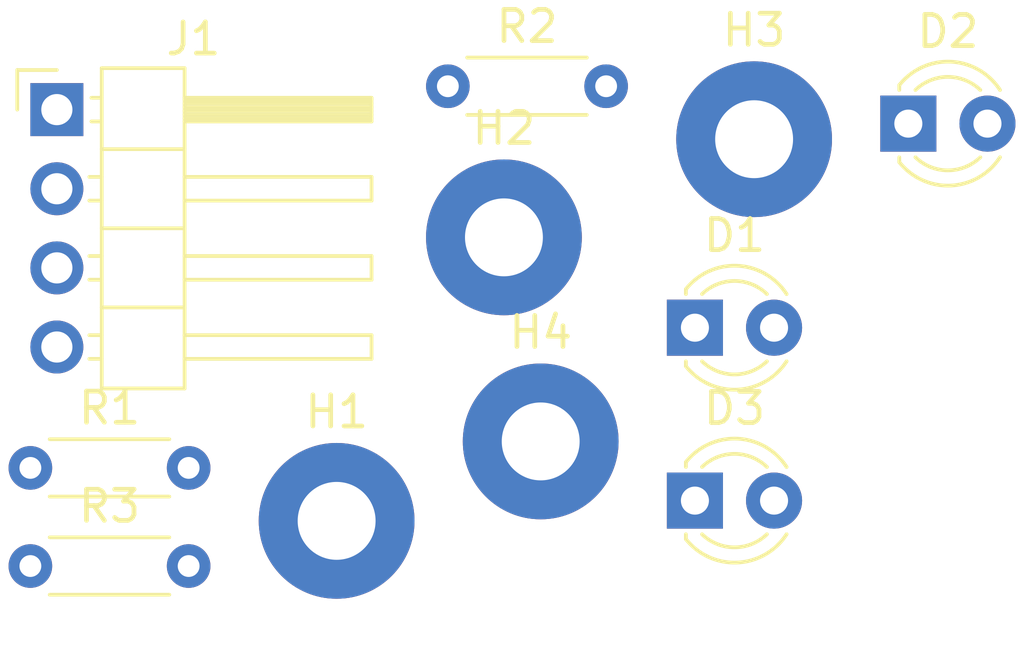
<source format=kicad_pcb>
(kicad_pcb (version 20171130) (host pcbnew "(5.1.9-0-10_14)")

  (general
    (thickness 1.6)
    (drawings 0)
    (tracks 0)
    (zones 0)
    (modules 11)
    (nets 8)
  )

  (page A4)
  (layers
    (0 F.Cu signal)
    (31 B.Cu signal)
    (32 B.Adhes user)
    (33 F.Adhes user)
    (34 B.Paste user)
    (35 F.Paste user)
    (36 B.SilkS user)
    (37 F.SilkS user)
    (38 B.Mask user)
    (39 F.Mask user)
    (40 Dwgs.User user)
    (41 Cmts.User user)
    (42 Eco1.User user)
    (43 Eco2.User user)
    (44 Edge.Cuts user)
    (45 Margin user)
    (46 B.CrtYd user)
    (47 F.CrtYd user)
    (48 B.Fab user)
    (49 F.Fab user)
  )

  (setup
    (last_trace_width 0.25)
    (trace_clearance 0.2)
    (zone_clearance 0.508)
    (zone_45_only no)
    (trace_min 0.2)
    (via_size 0.8)
    (via_drill 0.4)
    (via_min_size 0.4)
    (via_min_drill 0.3)
    (uvia_size 0.3)
    (uvia_drill 0.1)
    (uvias_allowed no)
    (uvia_min_size 0.2)
    (uvia_min_drill 0.1)
    (edge_width 0.05)
    (segment_width 0.2)
    (pcb_text_width 0.3)
    (pcb_text_size 1.5 1.5)
    (mod_edge_width 0.12)
    (mod_text_size 1 1)
    (mod_text_width 0.15)
    (pad_size 1.524 1.524)
    (pad_drill 0.762)
    (pad_to_mask_clearance 0)
    (aux_axis_origin 0 0)
    (visible_elements FFFFFF7F)
    (pcbplotparams
      (layerselection 0x010fc_ffffffff)
      (usegerberextensions false)
      (usegerberattributes true)
      (usegerberadvancedattributes true)
      (creategerberjobfile true)
      (excludeedgelayer true)
      (linewidth 0.100000)
      (plotframeref false)
      (viasonmask false)
      (mode 1)
      (useauxorigin false)
      (hpglpennumber 1)
      (hpglpenspeed 20)
      (hpglpendiameter 15.000000)
      (psnegative false)
      (psa4output false)
      (plotreference true)
      (plotvalue true)
      (plotinvisibletext false)
      (padsonsilk false)
      (subtractmaskfromsilk false)
      (outputformat 1)
      (mirror false)
      (drillshape 1)
      (scaleselection 1)
      (outputdirectory ""))
  )

  (net 0 "")
  (net 1 "Net-(D1-Pad2)")
  (net 2 "Net-(D1-Pad1)")
  (net 3 "Net-(D2-Pad2)")
  (net 4 "Net-(D3-Pad2)")
  (net 5 "Net-(J1-Pad4)")
  (net 6 "Net-(J1-Pad3)")
  (net 7 "Net-(J1-Pad2)")

  (net_class Default "This is the default net class."
    (clearance 0.2)
    (trace_width 0.25)
    (via_dia 0.8)
    (via_drill 0.4)
    (uvia_dia 0.3)
    (uvia_drill 0.1)
    (add_net "Net-(D1-Pad1)")
    (add_net "Net-(D1-Pad2)")
    (add_net "Net-(D2-Pad2)")
    (add_net "Net-(D3-Pad2)")
    (add_net "Net-(J1-Pad2)")
    (add_net "Net-(J1-Pad3)")
    (add_net "Net-(J1-Pad4)")
  )

  (module Resistor_THT:R_Axial_DIN0204_L3.6mm_D1.6mm_P5.08mm_Horizontal (layer F.Cu) (tedit 5AE5139B) (tstamp 600BF4BC)
    (at 127.26 99.09)
    (descr "Resistor, Axial_DIN0204 series, Axial, Horizontal, pin pitch=5.08mm, 0.167W, length*diameter=3.6*1.6mm^2, http://cdn-reichelt.de/documents/datenblatt/B400/1_4W%23YAG.pdf")
    (tags "Resistor Axial_DIN0204 series Axial Horizontal pin pitch 5.08mm 0.167W length 3.6mm diameter 1.6mm")
    (path /600C2F00)
    (fp_text reference R3 (at 2.54 -1.92) (layer F.SilkS)
      (effects (font (size 1 1) (thickness 0.15)))
    )
    (fp_text value R (at 2.54 1.92) (layer F.Fab)
      (effects (font (size 1 1) (thickness 0.15)))
    )
    (fp_text user %R (at 2.54 0) (layer F.Fab)
      (effects (font (size 0.72 0.72) (thickness 0.108)))
    )
    (fp_line (start 0.74 -0.8) (end 0.74 0.8) (layer F.Fab) (width 0.1))
    (fp_line (start 0.74 0.8) (end 4.34 0.8) (layer F.Fab) (width 0.1))
    (fp_line (start 4.34 0.8) (end 4.34 -0.8) (layer F.Fab) (width 0.1))
    (fp_line (start 4.34 -0.8) (end 0.74 -0.8) (layer F.Fab) (width 0.1))
    (fp_line (start 0 0) (end 0.74 0) (layer F.Fab) (width 0.1))
    (fp_line (start 5.08 0) (end 4.34 0) (layer F.Fab) (width 0.1))
    (fp_line (start 0.62 -0.92) (end 4.46 -0.92) (layer F.SilkS) (width 0.12))
    (fp_line (start 0.62 0.92) (end 4.46 0.92) (layer F.SilkS) (width 0.12))
    (fp_line (start -0.95 -1.05) (end -0.95 1.05) (layer F.CrtYd) (width 0.05))
    (fp_line (start -0.95 1.05) (end 6.03 1.05) (layer F.CrtYd) (width 0.05))
    (fp_line (start 6.03 1.05) (end 6.03 -1.05) (layer F.CrtYd) (width 0.05))
    (fp_line (start 6.03 -1.05) (end -0.95 -1.05) (layer F.CrtYd) (width 0.05))
    (pad 2 thru_hole oval (at 5.08 0) (size 1.4 1.4) (drill 0.7) (layers *.Cu *.Mask)
      (net 5 "Net-(J1-Pad4)"))
    (pad 1 thru_hole circle (at 0 0) (size 1.4 1.4) (drill 0.7) (layers *.Cu *.Mask)
      (net 4 "Net-(D3-Pad2)"))
    (model ${KISYS3DMOD}/Resistor_THT.3dshapes/R_Axial_DIN0204_L3.6mm_D1.6mm_P5.08mm_Horizontal.wrl
      (at (xyz 0 0 0))
      (scale (xyz 1 1 1))
      (rotate (xyz 0 0 0))
    )
  )

  (module Resistor_THT:R_Axial_DIN0204_L3.6mm_D1.6mm_P5.08mm_Horizontal (layer F.Cu) (tedit 5AE5139B) (tstamp 600BF4A9)
    (at 140.66 83.69)
    (descr "Resistor, Axial_DIN0204 series, Axial, Horizontal, pin pitch=5.08mm, 0.167W, length*diameter=3.6*1.6mm^2, http://cdn-reichelt.de/documents/datenblatt/B400/1_4W%23YAG.pdf")
    (tags "Resistor Axial_DIN0204 series Axial Horizontal pin pitch 5.08mm 0.167W length 3.6mm diameter 1.6mm")
    (path /600C2A6C)
    (fp_text reference R2 (at 2.54 -1.92) (layer F.SilkS)
      (effects (font (size 1 1) (thickness 0.15)))
    )
    (fp_text value R (at 2.54 1.92) (layer F.Fab)
      (effects (font (size 1 1) (thickness 0.15)))
    )
    (fp_text user %R (at 2.54 0) (layer F.Fab)
      (effects (font (size 0.72 0.72) (thickness 0.108)))
    )
    (fp_line (start 0.74 -0.8) (end 0.74 0.8) (layer F.Fab) (width 0.1))
    (fp_line (start 0.74 0.8) (end 4.34 0.8) (layer F.Fab) (width 0.1))
    (fp_line (start 4.34 0.8) (end 4.34 -0.8) (layer F.Fab) (width 0.1))
    (fp_line (start 4.34 -0.8) (end 0.74 -0.8) (layer F.Fab) (width 0.1))
    (fp_line (start 0 0) (end 0.74 0) (layer F.Fab) (width 0.1))
    (fp_line (start 5.08 0) (end 4.34 0) (layer F.Fab) (width 0.1))
    (fp_line (start 0.62 -0.92) (end 4.46 -0.92) (layer F.SilkS) (width 0.12))
    (fp_line (start 0.62 0.92) (end 4.46 0.92) (layer F.SilkS) (width 0.12))
    (fp_line (start -0.95 -1.05) (end -0.95 1.05) (layer F.CrtYd) (width 0.05))
    (fp_line (start -0.95 1.05) (end 6.03 1.05) (layer F.CrtYd) (width 0.05))
    (fp_line (start 6.03 1.05) (end 6.03 -1.05) (layer F.CrtYd) (width 0.05))
    (fp_line (start 6.03 -1.05) (end -0.95 -1.05) (layer F.CrtYd) (width 0.05))
    (pad 2 thru_hole oval (at 5.08 0) (size 1.4 1.4) (drill 0.7) (layers *.Cu *.Mask)
      (net 6 "Net-(J1-Pad3)"))
    (pad 1 thru_hole circle (at 0 0) (size 1.4 1.4) (drill 0.7) (layers *.Cu *.Mask)
      (net 3 "Net-(D2-Pad2)"))
    (model ${KISYS3DMOD}/Resistor_THT.3dshapes/R_Axial_DIN0204_L3.6mm_D1.6mm_P5.08mm_Horizontal.wrl
      (at (xyz 0 0 0))
      (scale (xyz 1 1 1))
      (rotate (xyz 0 0 0))
    )
  )

  (module Resistor_THT:R_Axial_DIN0204_L3.6mm_D1.6mm_P5.08mm_Horizontal (layer F.Cu) (tedit 5AE5139B) (tstamp 600BF496)
    (at 127.26 95.94)
    (descr "Resistor, Axial_DIN0204 series, Axial, Horizontal, pin pitch=5.08mm, 0.167W, length*diameter=3.6*1.6mm^2, http://cdn-reichelt.de/documents/datenblatt/B400/1_4W%23YAG.pdf")
    (tags "Resistor Axial_DIN0204 series Axial Horizontal pin pitch 5.08mm 0.167W length 3.6mm diameter 1.6mm")
    (path /600C0F8D)
    (fp_text reference R1 (at 2.54 -1.92) (layer F.SilkS)
      (effects (font (size 1 1) (thickness 0.15)))
    )
    (fp_text value R (at 2.54 1.92) (layer F.Fab)
      (effects (font (size 1 1) (thickness 0.15)))
    )
    (fp_text user %R (at 2.54 0) (layer F.Fab)
      (effects (font (size 0.72 0.72) (thickness 0.108)))
    )
    (fp_line (start 0.74 -0.8) (end 0.74 0.8) (layer F.Fab) (width 0.1))
    (fp_line (start 0.74 0.8) (end 4.34 0.8) (layer F.Fab) (width 0.1))
    (fp_line (start 4.34 0.8) (end 4.34 -0.8) (layer F.Fab) (width 0.1))
    (fp_line (start 4.34 -0.8) (end 0.74 -0.8) (layer F.Fab) (width 0.1))
    (fp_line (start 0 0) (end 0.74 0) (layer F.Fab) (width 0.1))
    (fp_line (start 5.08 0) (end 4.34 0) (layer F.Fab) (width 0.1))
    (fp_line (start 0.62 -0.92) (end 4.46 -0.92) (layer F.SilkS) (width 0.12))
    (fp_line (start 0.62 0.92) (end 4.46 0.92) (layer F.SilkS) (width 0.12))
    (fp_line (start -0.95 -1.05) (end -0.95 1.05) (layer F.CrtYd) (width 0.05))
    (fp_line (start -0.95 1.05) (end 6.03 1.05) (layer F.CrtYd) (width 0.05))
    (fp_line (start 6.03 1.05) (end 6.03 -1.05) (layer F.CrtYd) (width 0.05))
    (fp_line (start 6.03 -1.05) (end -0.95 -1.05) (layer F.CrtYd) (width 0.05))
    (pad 2 thru_hole oval (at 5.08 0) (size 1.4 1.4) (drill 0.7) (layers *.Cu *.Mask)
      (net 7 "Net-(J1-Pad2)"))
    (pad 1 thru_hole circle (at 0 0) (size 1.4 1.4) (drill 0.7) (layers *.Cu *.Mask)
      (net 1 "Net-(D1-Pad2)"))
    (model ${KISYS3DMOD}/Resistor_THT.3dshapes/R_Axial_DIN0204_L3.6mm_D1.6mm_P5.08mm_Horizontal.wrl
      (at (xyz 0 0 0))
      (scale (xyz 1 1 1))
      (rotate (xyz 0 0 0))
    )
  )

  (module Connector_PinHeader_2.54mm:PinHeader_1x04_P2.54mm_Horizontal (layer F.Cu) (tedit 59FED5CB) (tstamp 600BF483)
    (at 128.11 84.44)
    (descr "Through hole angled pin header, 1x04, 2.54mm pitch, 6mm pin length, single row")
    (tags "Through hole angled pin header THT 1x04 2.54mm single row")
    (path /600C4FA6)
    (fp_text reference J1 (at 4.385 -2.27) (layer F.SilkS)
      (effects (font (size 1 1) (thickness 0.15)))
    )
    (fp_text value Conn_01x04 (at 4.385 9.89) (layer F.Fab)
      (effects (font (size 1 1) (thickness 0.15)))
    )
    (fp_text user %R (at 2.77 3.81 90) (layer F.Fab)
      (effects (font (size 1 1) (thickness 0.15)))
    )
    (fp_line (start 2.135 -1.27) (end 4.04 -1.27) (layer F.Fab) (width 0.1))
    (fp_line (start 4.04 -1.27) (end 4.04 8.89) (layer F.Fab) (width 0.1))
    (fp_line (start 4.04 8.89) (end 1.5 8.89) (layer F.Fab) (width 0.1))
    (fp_line (start 1.5 8.89) (end 1.5 -0.635) (layer F.Fab) (width 0.1))
    (fp_line (start 1.5 -0.635) (end 2.135 -1.27) (layer F.Fab) (width 0.1))
    (fp_line (start -0.32 -0.32) (end 1.5 -0.32) (layer F.Fab) (width 0.1))
    (fp_line (start -0.32 -0.32) (end -0.32 0.32) (layer F.Fab) (width 0.1))
    (fp_line (start -0.32 0.32) (end 1.5 0.32) (layer F.Fab) (width 0.1))
    (fp_line (start 4.04 -0.32) (end 10.04 -0.32) (layer F.Fab) (width 0.1))
    (fp_line (start 10.04 -0.32) (end 10.04 0.32) (layer F.Fab) (width 0.1))
    (fp_line (start 4.04 0.32) (end 10.04 0.32) (layer F.Fab) (width 0.1))
    (fp_line (start -0.32 2.22) (end 1.5 2.22) (layer F.Fab) (width 0.1))
    (fp_line (start -0.32 2.22) (end -0.32 2.86) (layer F.Fab) (width 0.1))
    (fp_line (start -0.32 2.86) (end 1.5 2.86) (layer F.Fab) (width 0.1))
    (fp_line (start 4.04 2.22) (end 10.04 2.22) (layer F.Fab) (width 0.1))
    (fp_line (start 10.04 2.22) (end 10.04 2.86) (layer F.Fab) (width 0.1))
    (fp_line (start 4.04 2.86) (end 10.04 2.86) (layer F.Fab) (width 0.1))
    (fp_line (start -0.32 4.76) (end 1.5 4.76) (layer F.Fab) (width 0.1))
    (fp_line (start -0.32 4.76) (end -0.32 5.4) (layer F.Fab) (width 0.1))
    (fp_line (start -0.32 5.4) (end 1.5 5.4) (layer F.Fab) (width 0.1))
    (fp_line (start 4.04 4.76) (end 10.04 4.76) (layer F.Fab) (width 0.1))
    (fp_line (start 10.04 4.76) (end 10.04 5.4) (layer F.Fab) (width 0.1))
    (fp_line (start 4.04 5.4) (end 10.04 5.4) (layer F.Fab) (width 0.1))
    (fp_line (start -0.32 7.3) (end 1.5 7.3) (layer F.Fab) (width 0.1))
    (fp_line (start -0.32 7.3) (end -0.32 7.94) (layer F.Fab) (width 0.1))
    (fp_line (start -0.32 7.94) (end 1.5 7.94) (layer F.Fab) (width 0.1))
    (fp_line (start 4.04 7.3) (end 10.04 7.3) (layer F.Fab) (width 0.1))
    (fp_line (start 10.04 7.3) (end 10.04 7.94) (layer F.Fab) (width 0.1))
    (fp_line (start 4.04 7.94) (end 10.04 7.94) (layer F.Fab) (width 0.1))
    (fp_line (start 1.44 -1.33) (end 1.44 8.95) (layer F.SilkS) (width 0.12))
    (fp_line (start 1.44 8.95) (end 4.1 8.95) (layer F.SilkS) (width 0.12))
    (fp_line (start 4.1 8.95) (end 4.1 -1.33) (layer F.SilkS) (width 0.12))
    (fp_line (start 4.1 -1.33) (end 1.44 -1.33) (layer F.SilkS) (width 0.12))
    (fp_line (start 4.1 -0.38) (end 10.1 -0.38) (layer F.SilkS) (width 0.12))
    (fp_line (start 10.1 -0.38) (end 10.1 0.38) (layer F.SilkS) (width 0.12))
    (fp_line (start 10.1 0.38) (end 4.1 0.38) (layer F.SilkS) (width 0.12))
    (fp_line (start 4.1 -0.32) (end 10.1 -0.32) (layer F.SilkS) (width 0.12))
    (fp_line (start 4.1 -0.2) (end 10.1 -0.2) (layer F.SilkS) (width 0.12))
    (fp_line (start 4.1 -0.08) (end 10.1 -0.08) (layer F.SilkS) (width 0.12))
    (fp_line (start 4.1 0.04) (end 10.1 0.04) (layer F.SilkS) (width 0.12))
    (fp_line (start 4.1 0.16) (end 10.1 0.16) (layer F.SilkS) (width 0.12))
    (fp_line (start 4.1 0.28) (end 10.1 0.28) (layer F.SilkS) (width 0.12))
    (fp_line (start 1.11 -0.38) (end 1.44 -0.38) (layer F.SilkS) (width 0.12))
    (fp_line (start 1.11 0.38) (end 1.44 0.38) (layer F.SilkS) (width 0.12))
    (fp_line (start 1.44 1.27) (end 4.1 1.27) (layer F.SilkS) (width 0.12))
    (fp_line (start 4.1 2.16) (end 10.1 2.16) (layer F.SilkS) (width 0.12))
    (fp_line (start 10.1 2.16) (end 10.1 2.92) (layer F.SilkS) (width 0.12))
    (fp_line (start 10.1 2.92) (end 4.1 2.92) (layer F.SilkS) (width 0.12))
    (fp_line (start 1.042929 2.16) (end 1.44 2.16) (layer F.SilkS) (width 0.12))
    (fp_line (start 1.042929 2.92) (end 1.44 2.92) (layer F.SilkS) (width 0.12))
    (fp_line (start 1.44 3.81) (end 4.1 3.81) (layer F.SilkS) (width 0.12))
    (fp_line (start 4.1 4.7) (end 10.1 4.7) (layer F.SilkS) (width 0.12))
    (fp_line (start 10.1 4.7) (end 10.1 5.46) (layer F.SilkS) (width 0.12))
    (fp_line (start 10.1 5.46) (end 4.1 5.46) (layer F.SilkS) (width 0.12))
    (fp_line (start 1.042929 4.7) (end 1.44 4.7) (layer F.SilkS) (width 0.12))
    (fp_line (start 1.042929 5.46) (end 1.44 5.46) (layer F.SilkS) (width 0.12))
    (fp_line (start 1.44 6.35) (end 4.1 6.35) (layer F.SilkS) (width 0.12))
    (fp_line (start 4.1 7.24) (end 10.1 7.24) (layer F.SilkS) (width 0.12))
    (fp_line (start 10.1 7.24) (end 10.1 8) (layer F.SilkS) (width 0.12))
    (fp_line (start 10.1 8) (end 4.1 8) (layer F.SilkS) (width 0.12))
    (fp_line (start 1.042929 7.24) (end 1.44 7.24) (layer F.SilkS) (width 0.12))
    (fp_line (start 1.042929 8) (end 1.44 8) (layer F.SilkS) (width 0.12))
    (fp_line (start -1.27 0) (end -1.27 -1.27) (layer F.SilkS) (width 0.12))
    (fp_line (start -1.27 -1.27) (end 0 -1.27) (layer F.SilkS) (width 0.12))
    (fp_line (start -1.8 -1.8) (end -1.8 9.4) (layer F.CrtYd) (width 0.05))
    (fp_line (start -1.8 9.4) (end 10.55 9.4) (layer F.CrtYd) (width 0.05))
    (fp_line (start 10.55 9.4) (end 10.55 -1.8) (layer F.CrtYd) (width 0.05))
    (fp_line (start 10.55 -1.8) (end -1.8 -1.8) (layer F.CrtYd) (width 0.05))
    (pad 4 thru_hole oval (at 0 7.62) (size 1.7 1.7) (drill 1) (layers *.Cu *.Mask)
      (net 5 "Net-(J1-Pad4)"))
    (pad 3 thru_hole oval (at 0 5.08) (size 1.7 1.7) (drill 1) (layers *.Cu *.Mask)
      (net 6 "Net-(J1-Pad3)"))
    (pad 2 thru_hole oval (at 0 2.54) (size 1.7 1.7) (drill 1) (layers *.Cu *.Mask)
      (net 7 "Net-(J1-Pad2)"))
    (pad 1 thru_hole rect (at 0 0) (size 1.7 1.7) (drill 1) (layers *.Cu *.Mask)
      (net 2 "Net-(D1-Pad1)"))
    (model ${KISYS3DMOD}/Connector_PinHeader_2.54mm.3dshapes/PinHeader_1x04_P2.54mm_Horizontal.wrl
      (at (xyz 0 0 0))
      (scale (xyz 1 1 1))
      (rotate (xyz 0 0 0))
    )
  )

  (module MountingHole:MountingHole_2.5mm_Pad (layer F.Cu) (tedit 56D1B4CB) (tstamp 600BF436)
    (at 143.64 95.09)
    (descr "Mounting Hole 2.5mm")
    (tags "mounting hole 2.5mm")
    (path /600C7AEF)
    (attr virtual)
    (fp_text reference H4 (at 0 -3.5) (layer F.SilkS)
      (effects (font (size 1 1) (thickness 0.15)))
    )
    (fp_text value MountingHole (at 0 3.5) (layer F.Fab)
      (effects (font (size 1 1) (thickness 0.15)))
    )
    (fp_text user %R (at 0.3 0) (layer F.Fab)
      (effects (font (size 1 1) (thickness 0.15)))
    )
    (fp_circle (center 0 0) (end 2.5 0) (layer Cmts.User) (width 0.15))
    (fp_circle (center 0 0) (end 2.75 0) (layer F.CrtYd) (width 0.05))
    (pad 1 thru_hole circle (at 0 0) (size 5 5) (drill 2.5) (layers *.Cu *.Mask))
  )

  (module MountingHole:MountingHole_2.5mm_Pad (layer F.Cu) (tedit 56D1B4CB) (tstamp 600BF42E)
    (at 150.49 85.39)
    (descr "Mounting Hole 2.5mm")
    (tags "mounting hole 2.5mm")
    (path /600C7511)
    (attr virtual)
    (fp_text reference H3 (at 0 -3.5) (layer F.SilkS)
      (effects (font (size 1 1) (thickness 0.15)))
    )
    (fp_text value MountingHole (at 0 3.5) (layer F.Fab)
      (effects (font (size 1 1) (thickness 0.15)))
    )
    (fp_text user %R (at 0.3 0) (layer F.Fab)
      (effects (font (size 1 1) (thickness 0.15)))
    )
    (fp_circle (center 0 0) (end 2.5 0) (layer Cmts.User) (width 0.15))
    (fp_circle (center 0 0) (end 2.75 0) (layer F.CrtYd) (width 0.05))
    (pad 1 thru_hole circle (at 0 0) (size 5 5) (drill 2.5) (layers *.Cu *.Mask))
  )

  (module MountingHole:MountingHole_2.5mm_Pad (layer F.Cu) (tedit 56D1B4CB) (tstamp 600BF426)
    (at 142.46 88.54)
    (descr "Mounting Hole 2.5mm")
    (tags "mounting hole 2.5mm")
    (path /600C70C1)
    (attr virtual)
    (fp_text reference H2 (at 0 -3.5) (layer F.SilkS)
      (effects (font (size 1 1) (thickness 0.15)))
    )
    (fp_text value MountingHole (at 0 3.5) (layer F.Fab)
      (effects (font (size 1 1) (thickness 0.15)))
    )
    (fp_text user %R (at 0.3 0) (layer F.Fab)
      (effects (font (size 1 1) (thickness 0.15)))
    )
    (fp_circle (center 0 0) (end 2.5 0) (layer Cmts.User) (width 0.15))
    (fp_circle (center 0 0) (end 2.75 0) (layer F.CrtYd) (width 0.05))
    (pad 1 thru_hole circle (at 0 0) (size 5 5) (drill 2.5) (layers *.Cu *.Mask))
  )

  (module MountingHole:MountingHole_2.5mm_Pad (layer F.Cu) (tedit 56D1B4CB) (tstamp 600BF41E)
    (at 137.09 97.64)
    (descr "Mounting Hole 2.5mm")
    (tags "mounting hole 2.5mm")
    (path /600C7D09)
    (attr virtual)
    (fp_text reference H1 (at 0 -3.5) (layer F.SilkS)
      (effects (font (size 1 1) (thickness 0.15)))
    )
    (fp_text value MountingHole (at 0 3.5) (layer F.Fab)
      (effects (font (size 1 1) (thickness 0.15)))
    )
    (fp_text user %R (at 0.3 0) (layer F.Fab)
      (effects (font (size 1 1) (thickness 0.15)))
    )
    (fp_circle (center 0 0) (end 2.5 0) (layer Cmts.User) (width 0.15))
    (fp_circle (center 0 0) (end 2.75 0) (layer F.CrtYd) (width 0.05))
    (pad 1 thru_hole circle (at 0 0) (size 5 5) (drill 2.5) (layers *.Cu *.Mask))
  )

  (module LED_THT:LED_D3.0mm (layer F.Cu) (tedit 587A3A7B) (tstamp 600BF416)
    (at 148.59 96.99)
    (descr "LED, diameter 3.0mm, 2 pins")
    (tags "LED diameter 3.0mm 2 pins")
    (path /600C4474)
    (fp_text reference D3 (at 1.27 -2.96) (layer F.SilkS)
      (effects (font (size 1 1) (thickness 0.15)))
    )
    (fp_text value LED (at 1.27 2.96) (layer F.Fab)
      (effects (font (size 1 1) (thickness 0.15)))
    )
    (fp_arc (start 1.27 0) (end 0.229039 1.08) (angle -87.9) (layer F.SilkS) (width 0.12))
    (fp_arc (start 1.27 0) (end 0.229039 -1.08) (angle 87.9) (layer F.SilkS) (width 0.12))
    (fp_arc (start 1.27 0) (end -0.29 1.235516) (angle -108.8) (layer F.SilkS) (width 0.12))
    (fp_arc (start 1.27 0) (end -0.29 -1.235516) (angle 108.8) (layer F.SilkS) (width 0.12))
    (fp_arc (start 1.27 0) (end -0.23 -1.16619) (angle 284.3) (layer F.Fab) (width 0.1))
    (fp_circle (center 1.27 0) (end 2.77 0) (layer F.Fab) (width 0.1))
    (fp_line (start -0.23 -1.16619) (end -0.23 1.16619) (layer F.Fab) (width 0.1))
    (fp_line (start -0.29 -1.236) (end -0.29 -1.08) (layer F.SilkS) (width 0.12))
    (fp_line (start -0.29 1.08) (end -0.29 1.236) (layer F.SilkS) (width 0.12))
    (fp_line (start -1.15 -2.25) (end -1.15 2.25) (layer F.CrtYd) (width 0.05))
    (fp_line (start -1.15 2.25) (end 3.7 2.25) (layer F.CrtYd) (width 0.05))
    (fp_line (start 3.7 2.25) (end 3.7 -2.25) (layer F.CrtYd) (width 0.05))
    (fp_line (start 3.7 -2.25) (end -1.15 -2.25) (layer F.CrtYd) (width 0.05))
    (pad 2 thru_hole circle (at 2.54 0) (size 1.8 1.8) (drill 0.9) (layers *.Cu *.Mask)
      (net 4 "Net-(D3-Pad2)"))
    (pad 1 thru_hole rect (at 0 0) (size 1.8 1.8) (drill 0.9) (layers *.Cu *.Mask)
      (net 2 "Net-(D1-Pad1)"))
    (model ${KISYS3DMOD}/LED_THT.3dshapes/LED_D3.0mm.wrl
      (at (xyz 0 0 0))
      (scale (xyz 1 1 1))
      (rotate (xyz 0 0 0))
    )
  )

  (module LED_THT:LED_D3.0mm (layer F.Cu) (tedit 587A3A7B) (tstamp 600BF403)
    (at 155.44 84.89)
    (descr "LED, diameter 3.0mm, 2 pins")
    (tags "LED diameter 3.0mm 2 pins")
    (path /600C3734)
    (fp_text reference D2 (at 1.27 -2.96) (layer F.SilkS)
      (effects (font (size 1 1) (thickness 0.15)))
    )
    (fp_text value LED (at 1.27 2.96) (layer F.Fab)
      (effects (font (size 1 1) (thickness 0.15)))
    )
    (fp_arc (start 1.27 0) (end 0.229039 1.08) (angle -87.9) (layer F.SilkS) (width 0.12))
    (fp_arc (start 1.27 0) (end 0.229039 -1.08) (angle 87.9) (layer F.SilkS) (width 0.12))
    (fp_arc (start 1.27 0) (end -0.29 1.235516) (angle -108.8) (layer F.SilkS) (width 0.12))
    (fp_arc (start 1.27 0) (end -0.29 -1.235516) (angle 108.8) (layer F.SilkS) (width 0.12))
    (fp_arc (start 1.27 0) (end -0.23 -1.16619) (angle 284.3) (layer F.Fab) (width 0.1))
    (fp_circle (center 1.27 0) (end 2.77 0) (layer F.Fab) (width 0.1))
    (fp_line (start -0.23 -1.16619) (end -0.23 1.16619) (layer F.Fab) (width 0.1))
    (fp_line (start -0.29 -1.236) (end -0.29 -1.08) (layer F.SilkS) (width 0.12))
    (fp_line (start -0.29 1.08) (end -0.29 1.236) (layer F.SilkS) (width 0.12))
    (fp_line (start -1.15 -2.25) (end -1.15 2.25) (layer F.CrtYd) (width 0.05))
    (fp_line (start -1.15 2.25) (end 3.7 2.25) (layer F.CrtYd) (width 0.05))
    (fp_line (start 3.7 2.25) (end 3.7 -2.25) (layer F.CrtYd) (width 0.05))
    (fp_line (start 3.7 -2.25) (end -1.15 -2.25) (layer F.CrtYd) (width 0.05))
    (pad 2 thru_hole circle (at 2.54 0) (size 1.8 1.8) (drill 0.9) (layers *.Cu *.Mask)
      (net 3 "Net-(D2-Pad2)"))
    (pad 1 thru_hole rect (at 0 0) (size 1.8 1.8) (drill 0.9) (layers *.Cu *.Mask)
      (net 2 "Net-(D1-Pad1)"))
    (model ${KISYS3DMOD}/LED_THT.3dshapes/LED_D3.0mm.wrl
      (at (xyz 0 0 0))
      (scale (xyz 1 1 1))
      (rotate (xyz 0 0 0))
    )
  )

  (module LED_THT:LED_D3.0mm (layer F.Cu) (tedit 587A3A7B) (tstamp 600BF3F0)
    (at 148.59 91.44)
    (descr "LED, diameter 3.0mm, 2 pins")
    (tags "LED diameter 3.0mm 2 pins")
    (path /600B973F)
    (fp_text reference D1 (at 1.27 -2.96) (layer F.SilkS)
      (effects (font (size 1 1) (thickness 0.15)))
    )
    (fp_text value LED (at 1.27 2.96) (layer F.Fab)
      (effects (font (size 1 1) (thickness 0.15)))
    )
    (fp_arc (start 1.27 0) (end 0.229039 1.08) (angle -87.9) (layer F.SilkS) (width 0.12))
    (fp_arc (start 1.27 0) (end 0.229039 -1.08) (angle 87.9) (layer F.SilkS) (width 0.12))
    (fp_arc (start 1.27 0) (end -0.29 1.235516) (angle -108.8) (layer F.SilkS) (width 0.12))
    (fp_arc (start 1.27 0) (end -0.29 -1.235516) (angle 108.8) (layer F.SilkS) (width 0.12))
    (fp_arc (start 1.27 0) (end -0.23 -1.16619) (angle 284.3) (layer F.Fab) (width 0.1))
    (fp_circle (center 1.27 0) (end 2.77 0) (layer F.Fab) (width 0.1))
    (fp_line (start -0.23 -1.16619) (end -0.23 1.16619) (layer F.Fab) (width 0.1))
    (fp_line (start -0.29 -1.236) (end -0.29 -1.08) (layer F.SilkS) (width 0.12))
    (fp_line (start -0.29 1.08) (end -0.29 1.236) (layer F.SilkS) (width 0.12))
    (fp_line (start -1.15 -2.25) (end -1.15 2.25) (layer F.CrtYd) (width 0.05))
    (fp_line (start -1.15 2.25) (end 3.7 2.25) (layer F.CrtYd) (width 0.05))
    (fp_line (start 3.7 2.25) (end 3.7 -2.25) (layer F.CrtYd) (width 0.05))
    (fp_line (start 3.7 -2.25) (end -1.15 -2.25) (layer F.CrtYd) (width 0.05))
    (pad 2 thru_hole circle (at 2.54 0) (size 1.8 1.8) (drill 0.9) (layers *.Cu *.Mask)
      (net 1 "Net-(D1-Pad2)"))
    (pad 1 thru_hole rect (at 0 0) (size 1.8 1.8) (drill 0.9) (layers *.Cu *.Mask)
      (net 2 "Net-(D1-Pad1)"))
    (model ${KISYS3DMOD}/LED_THT.3dshapes/LED_D3.0mm.wrl
      (at (xyz 0 0 0))
      (scale (xyz 1 1 1))
      (rotate (xyz 0 0 0))
    )
  )

)

</source>
